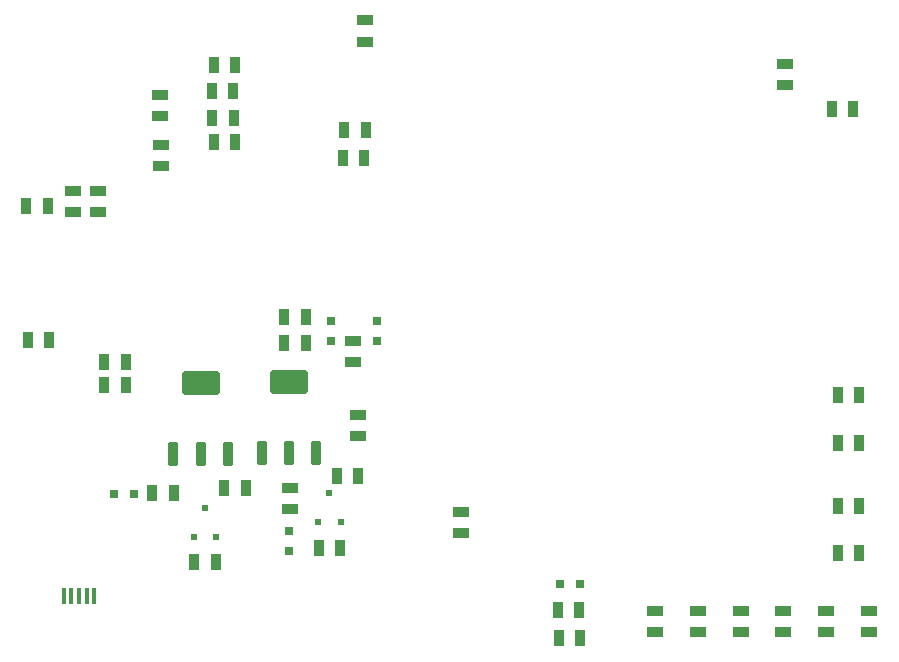
<source format=gbr>
%TF.GenerationSoftware,Altium Limited,Altium Designer,24.10.1 (45)*%
G04 Layer_Color=8421504*
%FSLAX25Y25*%
%MOIN*%
%TF.SameCoordinates,9950C81B-CD0A-4F44-AB06-5448DEDD42A1*%
%TF.FilePolarity,Positive*%
%TF.FileFunction,Paste,Top*%
%TF.Part,Single*%
G01*
G75*
%TA.AperFunction,SMDPad,CuDef*%
%ADD10R,0.05300X0.03200*%
%ADD11R,0.03200X0.05300*%
%ADD12R,0.03150X0.03150*%
%ADD13R,0.03150X0.03150*%
%ADD14R,0.02200X0.02400*%
G04:AMPARAMS|DCode=15|XSize=77.95mil|YSize=36.61mil|CornerRadius=4.58mil|HoleSize=0mil|Usage=FLASHONLY|Rotation=90.000|XOffset=0mil|YOffset=0mil|HoleType=Round|Shape=RoundedRectangle|*
%AMROUNDEDRECTD15*
21,1,0.07795,0.02746,0,0,90.0*
21,1,0.06880,0.03661,0,0,90.0*
1,1,0.00915,0.01373,0.03440*
1,1,0.00915,0.01373,-0.03440*
1,1,0.00915,-0.01373,-0.03440*
1,1,0.00915,-0.01373,0.03440*
%
%ADD15ROUNDEDRECTD15*%
G04:AMPARAMS|DCode=16|XSize=77.95mil|YSize=127.17mil|CornerRadius=9.74mil|HoleSize=0mil|Usage=FLASHONLY|Rotation=90.000|XOffset=0mil|YOffset=0mil|HoleType=Round|Shape=RoundedRectangle|*
%AMROUNDEDRECTD16*
21,1,0.07795,0.10768,0,0,90.0*
21,1,0.05847,0.12717,0,0,90.0*
1,1,0.01949,0.05384,0.02923*
1,1,0.01949,0.05384,-0.02923*
1,1,0.01949,-0.05384,-0.02923*
1,1,0.01949,-0.05384,0.02923*
%
%ADD16ROUNDEDRECTD16*%
%ADD17R,0.01600X0.05300*%
D10*
X225500Y325900D02*
D03*
Y333000D02*
D03*
X157500Y291550D02*
D03*
Y284450D02*
D03*
X157000Y300950D02*
D03*
Y308050D02*
D03*
X365500Y318550D02*
D03*
Y311450D02*
D03*
X322000Y136050D02*
D03*
Y128950D02*
D03*
X336290Y136050D02*
D03*
Y128950D02*
D03*
X350580Y136050D02*
D03*
Y128950D02*
D03*
X393500D02*
D03*
Y136050D02*
D03*
X379000D02*
D03*
Y128950D02*
D03*
X364870Y136050D02*
D03*
Y128950D02*
D03*
X257500Y169050D02*
D03*
Y161950D02*
D03*
X221500Y226050D02*
D03*
Y218950D02*
D03*
X200500Y169950D02*
D03*
Y177050D02*
D03*
X223000Y201550D02*
D03*
Y194450D02*
D03*
X136500Y268950D02*
D03*
Y276050D02*
D03*
X128000D02*
D03*
Y268950D02*
D03*
D11*
X174450Y300500D02*
D03*
X181550D02*
D03*
X388050Y303500D02*
D03*
X380950D02*
D03*
X296800Y136500D02*
D03*
X289700D02*
D03*
X289950Y127000D02*
D03*
X297050D02*
D03*
X382950Y192000D02*
D03*
X390050D02*
D03*
X382950Y208000D02*
D03*
X390050D02*
D03*
X382950Y171000D02*
D03*
X390050D02*
D03*
X382950Y155500D02*
D03*
X390050D02*
D03*
X145550Y211500D02*
D03*
X138450D02*
D03*
X178450Y177000D02*
D03*
X185550D02*
D03*
X154450Y175500D02*
D03*
X161550D02*
D03*
X215950Y181000D02*
D03*
X223050D02*
D03*
X168450Y152500D02*
D03*
X175550D02*
D03*
X209950Y157000D02*
D03*
X217050D02*
D03*
X145550Y219000D02*
D03*
X138450D02*
D03*
X119550Y271000D02*
D03*
X112450D02*
D03*
X174950Y292500D02*
D03*
X182050D02*
D03*
X174400Y309500D02*
D03*
X181500D02*
D03*
X182050Y318000D02*
D03*
X174950D02*
D03*
X225550Y296450D02*
D03*
X218450D02*
D03*
X225050Y286950D02*
D03*
X217950D02*
D03*
X198450Y234000D02*
D03*
X205550D02*
D03*
X198500Y225500D02*
D03*
X205600D02*
D03*
X112950Y226500D02*
D03*
X120050D02*
D03*
D12*
X141752Y175000D02*
D03*
X148248D02*
D03*
X290415Y144925D02*
D03*
X296911D02*
D03*
D13*
X229500Y232748D02*
D03*
Y226252D02*
D03*
X214000Y232748D02*
D03*
Y226252D02*
D03*
X200000Y156252D02*
D03*
Y162748D02*
D03*
D14*
X172000Y170400D02*
D03*
X175740Y160600D02*
D03*
X168260D02*
D03*
X213500Y175400D02*
D03*
X217240Y165600D02*
D03*
X209760D02*
D03*
D15*
X190945Y188630D02*
D03*
X200000D02*
D03*
X209055D02*
D03*
X161522Y188263D02*
D03*
X170577D02*
D03*
X179632D02*
D03*
D16*
X200000Y212370D02*
D03*
X170577Y212003D02*
D03*
D17*
X135118Y141032D02*
D03*
X132559D02*
D03*
X130000D02*
D03*
X127441D02*
D03*
X124882D02*
D03*
%TF.MD5,5ec4a5f4a022000ef6a56cd67cbd358f*%
M02*

</source>
